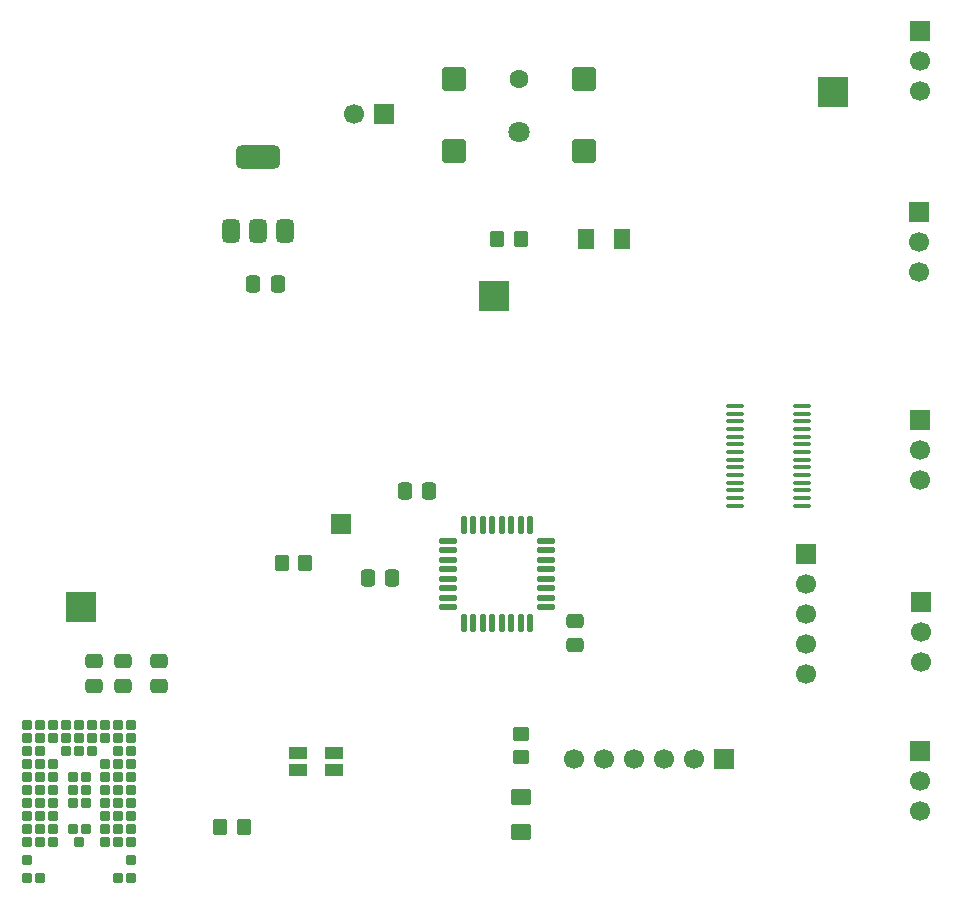
<source format=gbr>
%TF.GenerationSoftware,KiCad,Pcbnew,9.0.4*%
%TF.CreationDate,2025-10-22T08:48:54-05:00*%
%TF.ProjectId,MotorControl,4d6f746f-7243-46f6-9e74-726f6c2e6b69,rev?*%
%TF.SameCoordinates,Original*%
%TF.FileFunction,Soldermask,Top*%
%TF.FilePolarity,Negative*%
%FSLAX46Y46*%
G04 Gerber Fmt 4.6, Leading zero omitted, Abs format (unit mm)*
G04 Created by KiCad (PCBNEW 9.0.4) date 2025-10-22 08:48:54*
%MOMM*%
%LPD*%
G01*
G04 APERTURE LIST*
G04 Aperture macros list*
%AMRoundRect*
0 Rectangle with rounded corners*
0 $1 Rounding radius*
0 $2 $3 $4 $5 $6 $7 $8 $9 X,Y pos of 4 corners*
0 Add a 4 corners polygon primitive as box body*
4,1,4,$2,$3,$4,$5,$6,$7,$8,$9,$2,$3,0*
0 Add four circle primitives for the rounded corners*
1,1,$1+$1,$2,$3*
1,1,$1+$1,$4,$5*
1,1,$1+$1,$6,$7*
1,1,$1+$1,$8,$9*
0 Add four rect primitives between the rounded corners*
20,1,$1+$1,$2,$3,$4,$5,0*
20,1,$1+$1,$4,$5,$6,$7,0*
20,1,$1+$1,$6,$7,$8,$9,0*
20,1,$1+$1,$8,$9,$2,$3,0*%
G04 Aperture macros list end*
%ADD10R,1.700000X1.700000*%
%ADD11C,1.700000*%
%ADD12RoundRect,0.250000X-0.475000X0.337500X-0.475000X-0.337500X0.475000X-0.337500X0.475000X0.337500X0*%
%ADD13RoundRect,0.250001X0.462499X0.624999X-0.462499X0.624999X-0.462499X-0.624999X0.462499X-0.624999X0*%
%ADD14R,1.500000X1.100000*%
%ADD15RoundRect,0.375000X0.375000X-0.625000X0.375000X0.625000X-0.375000X0.625000X-0.375000X-0.625000X0*%
%ADD16RoundRect,0.500000X1.400000X-0.500000X1.400000X0.500000X-1.400000X0.500000X-1.400000X-0.500000X0*%
%ADD17RoundRect,0.250000X0.337500X0.475000X-0.337500X0.475000X-0.337500X-0.475000X0.337500X-0.475000X0*%
%ADD18R,2.500000X2.500000*%
%ADD19C,1.800000*%
%ADD20C,1.600000*%
%ADD21RoundRect,0.250000X0.750000X0.750000X-0.750000X0.750000X-0.750000X-0.750000X0.750000X-0.750000X0*%
%ADD22RoundRect,0.250000X0.475000X-0.337500X0.475000X0.337500X-0.475000X0.337500X-0.475000X-0.337500X0*%
%ADD23RoundRect,0.250001X0.624999X-0.462499X0.624999X0.462499X-0.624999X0.462499X-0.624999X-0.462499X0*%
%ADD24RoundRect,0.100000X0.637500X0.100000X-0.637500X0.100000X-0.637500X-0.100000X0.637500X-0.100000X0*%
%ADD25RoundRect,0.250000X0.450000X-0.350000X0.450000X0.350000X-0.450000X0.350000X-0.450000X-0.350000X0*%
%ADD26RoundRect,0.102000X0.300000X0.300000X-0.300000X0.300000X-0.300000X-0.300000X0.300000X-0.300000X0*%
%ADD27RoundRect,0.250000X-0.350000X-0.450000X0.350000X-0.450000X0.350000X0.450000X-0.350000X0.450000X0*%
%ADD28RoundRect,0.250000X0.350000X0.450000X-0.350000X0.450000X-0.350000X-0.450000X0.350000X-0.450000X0*%
%ADD29RoundRect,0.250000X-0.337500X-0.475000X0.337500X-0.475000X0.337500X0.475000X-0.337500X0.475000X0*%
%ADD30RoundRect,0.125000X-0.625000X-0.125000X0.625000X-0.125000X0.625000X0.125000X-0.625000X0.125000X0*%
%ADD31RoundRect,0.125000X-0.125000X-0.625000X0.125000X-0.625000X0.125000X0.625000X-0.125000X0.625000X0*%
G04 APERTURE END LIST*
D10*
%TO.C,J3*%
X156422400Y-74574400D03*
D11*
X156422400Y-77114400D03*
X156422400Y-79654400D03*
%TD*%
D12*
%TO.C,C7*%
X89000000Y-94962500D03*
X89000000Y-97037500D03*
%TD*%
D13*
%TO.C,D3*%
X131185000Y-59200000D03*
X128210000Y-59200000D03*
%TD*%
D14*
%TO.C,D1*%
X106817500Y-104220000D03*
X103817500Y-104220000D03*
X103817500Y-102720000D03*
X106817500Y-102720000D03*
%TD*%
D15*
%TO.C,U3*%
X98118300Y-58547400D03*
X100418300Y-58547400D03*
D16*
X100418300Y-52247400D03*
D15*
X102718300Y-58547400D03*
%TD*%
D17*
%TO.C,C3*%
X102083300Y-63068200D03*
X100008300Y-63068200D03*
%TD*%
D18*
%TO.C,TP3*%
X85450000Y-90350000D03*
%TD*%
D19*
%TO.C,J8*%
X122475000Y-50150000D03*
D20*
X122475000Y-45650000D03*
D21*
X127975000Y-51800000D03*
X127975000Y-45650000D03*
X116975000Y-45650000D03*
X116975000Y-51800000D03*
%TD*%
D18*
%TO.C,TP1*%
X120420000Y-64020000D03*
%TD*%
D22*
%TO.C,C5*%
X86500000Y-97037500D03*
X86500000Y-94962500D03*
%TD*%
D23*
%TO.C,D2*%
X122682000Y-109437500D03*
X122682000Y-106462500D03*
%TD*%
D24*
%TO.C,U1*%
X146475000Y-81800000D03*
X146475000Y-81150000D03*
X146475000Y-80500000D03*
X146475000Y-79850000D03*
X146475000Y-79200000D03*
X146475000Y-78550000D03*
X146475000Y-77900000D03*
X146475000Y-77250000D03*
X146475000Y-76600000D03*
X146475000Y-75950000D03*
X146475000Y-75300000D03*
X146475000Y-74650000D03*
X146475000Y-74000000D03*
X146475000Y-73350000D03*
X140750000Y-73350000D03*
X140750000Y-74000000D03*
X140750000Y-74650000D03*
X140750000Y-75300000D03*
X140750000Y-75950000D03*
X140750000Y-76600000D03*
X140750000Y-77250000D03*
X140750000Y-77900000D03*
X140750000Y-78550000D03*
X140750000Y-79200000D03*
X140750000Y-79850000D03*
X140750000Y-80500000D03*
X140750000Y-81150000D03*
X140750000Y-81800000D03*
%TD*%
D22*
%TO.C,C6*%
X92000000Y-97037500D03*
X92000000Y-94962500D03*
%TD*%
D25*
%TO.C,R1*%
X122682000Y-103092000D03*
X122682000Y-101092000D03*
%TD*%
D10*
%TO.C,J6*%
X111075000Y-48600000D03*
D11*
X108535000Y-48600000D03*
%TD*%
D10*
%TO.C,J10*%
X107442000Y-83312000D03*
%TD*%
D26*
%TO.C,U2*%
X80883400Y-100400000D03*
X81983400Y-100400000D03*
X83083400Y-100400000D03*
X84183400Y-100400000D03*
X85283400Y-100400000D03*
X86383400Y-100400000D03*
X87483400Y-100400000D03*
X88583400Y-100400000D03*
X89683400Y-100400000D03*
X80883400Y-101500000D03*
X81983400Y-101500000D03*
X83083400Y-101500000D03*
X84183400Y-101500000D03*
X85283400Y-101500000D03*
X86383400Y-101500000D03*
X87483400Y-101500000D03*
X88583400Y-101500000D03*
X89683400Y-101500000D03*
X80883400Y-102600000D03*
X81983400Y-102600000D03*
X84183400Y-102600000D03*
X85283400Y-102600000D03*
X86383400Y-102600000D03*
X88583400Y-102600000D03*
X89683400Y-102600000D03*
X80883400Y-103700000D03*
X81983400Y-103700000D03*
X83083400Y-103700000D03*
X87483400Y-103700000D03*
X88583400Y-103700000D03*
X89683400Y-103700000D03*
X80883400Y-104800000D03*
X81983400Y-104800000D03*
X83083400Y-104800000D03*
X84733400Y-104800000D03*
X85833400Y-104800000D03*
X87483400Y-104800000D03*
X88583400Y-104800000D03*
X89683400Y-104800000D03*
X80883400Y-105900000D03*
X81983400Y-105900000D03*
X83083400Y-105900000D03*
X84733400Y-105900000D03*
X85833400Y-105900000D03*
X87483400Y-105900000D03*
X88583400Y-105900000D03*
X89683400Y-105900000D03*
X80883400Y-107000000D03*
X81983400Y-107000000D03*
X83083400Y-107000000D03*
X84733400Y-107000000D03*
X85833400Y-107000000D03*
X87483400Y-107000000D03*
X88583400Y-107000000D03*
X89683400Y-107000000D03*
X80883400Y-108100000D03*
X81983400Y-108100000D03*
X83083400Y-108100000D03*
X87483400Y-108100000D03*
X88583400Y-108100000D03*
X89683400Y-108100000D03*
X80883400Y-109200000D03*
X81983400Y-109200000D03*
X83083400Y-109200000D03*
X84733400Y-109200000D03*
X85833400Y-109200000D03*
X87483400Y-109200000D03*
X88583400Y-109200000D03*
X89683400Y-109200000D03*
X80883400Y-110300000D03*
X81983400Y-110300000D03*
X83083400Y-110300000D03*
X85283400Y-110300000D03*
X87483400Y-110300000D03*
X88583400Y-110300000D03*
X89683400Y-110300000D03*
X80883400Y-111800000D03*
X89683400Y-111800000D03*
X80883400Y-113300000D03*
X81983400Y-113300000D03*
X88583400Y-113300000D03*
X89683400Y-113300000D03*
%TD*%
D10*
%TO.C,J5*%
X146812000Y-85852000D03*
D11*
X146812000Y-88392000D03*
X146812000Y-90932000D03*
X146812000Y-93472000D03*
X146812000Y-96012000D03*
%TD*%
D27*
%TO.C,R4*%
X120631400Y-59200000D03*
X122631400Y-59200000D03*
%TD*%
D18*
%TO.C,TP2*%
X149098000Y-46736000D03*
%TD*%
D10*
%TO.C,J1*%
X156422400Y-41630600D03*
D11*
X156422400Y-44170600D03*
X156422400Y-46710600D03*
%TD*%
D10*
%TO.C,J7*%
X156422400Y-102590600D03*
D11*
X156422400Y-105130600D03*
X156422400Y-107670600D03*
%TD*%
D10*
%TO.C,J9*%
X139830000Y-103240000D03*
D11*
X137290000Y-103240000D03*
X134750000Y-103240000D03*
X132210000Y-103240000D03*
X129670000Y-103240000D03*
X127130000Y-103240000D03*
%TD*%
D12*
%TO.C,C1*%
X127254000Y-91553000D03*
X127254000Y-93628000D03*
%TD*%
D10*
%TO.C,J2*%
X156397000Y-56896000D03*
D11*
X156397000Y-59436000D03*
X156397000Y-61976000D03*
%TD*%
D28*
%TO.C,R2*%
X99180000Y-108980000D03*
X97180000Y-108980000D03*
%TD*%
D29*
%TO.C,C4*%
X112812800Y-80518000D03*
X114887800Y-80518000D03*
%TD*%
D30*
%TO.C,U4*%
X116455600Y-84788600D03*
X116455600Y-85588600D03*
X116455600Y-86388600D03*
X116455600Y-87188600D03*
X116455600Y-87988600D03*
X116455600Y-88788600D03*
X116455600Y-89588600D03*
X116455600Y-90388600D03*
D31*
X117830600Y-91763600D03*
X118630600Y-91763600D03*
X119430600Y-91763600D03*
X120230600Y-91763600D03*
X121030600Y-91763600D03*
X121830600Y-91763600D03*
X122630600Y-91763600D03*
X123430600Y-91763600D03*
D30*
X124805600Y-90388600D03*
X124805600Y-89588600D03*
X124805600Y-88788600D03*
X124805600Y-87988600D03*
X124805600Y-87188600D03*
X124805600Y-86388600D03*
X124805600Y-85588600D03*
X124805600Y-84788600D03*
D31*
X123430600Y-83413600D03*
X122630600Y-83413600D03*
X121830600Y-83413600D03*
X121030600Y-83413600D03*
X120230600Y-83413600D03*
X119430600Y-83413600D03*
X118630600Y-83413600D03*
X117830600Y-83413600D03*
%TD*%
D10*
%TO.C,J4*%
X156498600Y-89916000D03*
D11*
X156498600Y-92456000D03*
X156498600Y-94996000D03*
%TD*%
D17*
%TO.C,C2*%
X111781500Y-87884000D03*
X109706500Y-87884000D03*
%TD*%
D27*
%TO.C,R3*%
X102394000Y-86614000D03*
X104394000Y-86614000D03*
%TD*%
M02*

</source>
